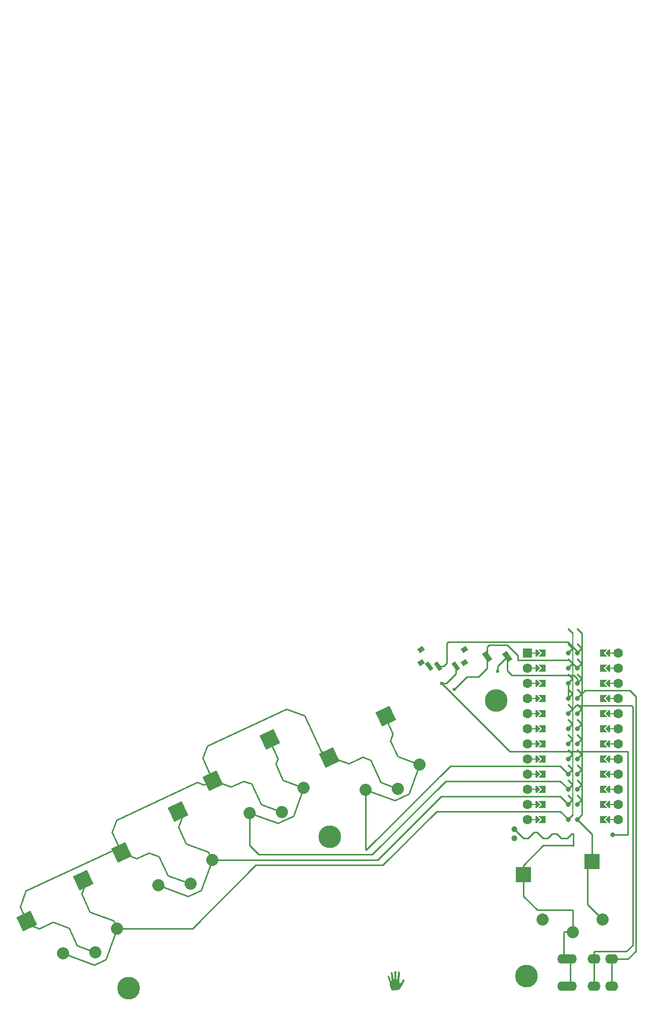
<source format=gbr>
%TF.GenerationSoftware,KiCad,Pcbnew,(6.0.7)*%
%TF.CreationDate,2022-08-09T03:43:16+01:00*%
%TF.ProjectId,digitsbest,64696769-7473-4626-9573-742e6b696361,v1.0.0*%
%TF.SameCoordinates,Original*%
%TF.FileFunction,Copper,L1,Top*%
%TF.FilePolarity,Positive*%
%FSLAX46Y46*%
G04 Gerber Fmt 4.6, Leading zero omitted, Abs format (unit mm)*
G04 Created by KiCad (PCBNEW (6.0.7)) date 2022-08-09 03:43:16*
%MOMM*%
%LPD*%
G01*
G04 APERTURE LIST*
G04 Aperture macros list*
%AMRotRect*
0 Rectangle, with rotation*
0 The origin of the aperture is its center*
0 $1 length*
0 $2 width*
0 $3 Rotation angle, in degrees counterclockwise*
0 Add horizontal line*
21,1,$1,$2,0,0,$3*%
%AMFreePoly0*
4,1,6,0.600000,0.200000,0.000000,-0.400000,-0.600000,0.200000,-0.600000,0.400000,0.600000,0.400000,0.600000,0.200000,0.600000,0.200000,$1*%
%AMFreePoly1*
4,1,5,0.125000,-0.500000,-0.125000,-0.500000,-0.125000,0.500000,0.125000,0.500000,0.125000,-0.500000,0.125000,-0.500000,$1*%
%AMFreePoly2*
4,1,6,0.600000,-0.250000,-0.600000,-0.250000,-0.600000,1.000000,0.000000,0.400000,0.600000,1.000000,0.600000,-0.250000,0.600000,-0.250000,$1*%
%AMFreePoly3*
4,1,49,0.088388,4.152388,0.854389,3.386388,0.867708,3.368551,0.871189,3.365530,0.871982,3.362827,0.875852,3.357644,0.882333,3.327543,0.891000,3.298000,0.891000,0.766000,0.887805,0.743969,0.888131,0.739371,0.886780,0.736898,0.885852,0.730498,0.869154,0.704638,0.854389,0.677612,0.088388,-0.088388,0.064607,-0.106146,0.062500,-0.108253,0.061385,-0.108552,0.059644,-0.109852,
0.043810,-0.113261,0.000000,-0.125000,-0.004774,-0.123721,-0.009154,-0.124664,-0.028953,-0.117242,-0.062500,-0.108253,-0.068237,-0.102516,-0.075052,-0.099961,-0.087614,-0.083139,-0.108253,-0.062500,-0.111178,-0.051584,-0.117161,-0.043572,-0.118539,-0.024114,-0.125000,0.000000,-0.121239,0.014035,-0.122131,0.026629,-0.113759,0.041953,-0.108253,0.062500,-0.095642,0.075111,-0.088388,0.088388,
0.641000,0.817777,0.641000,3.246223,-0.088388,3.975612,-0.109852,4.004356,-0.124664,4.073154,-0.099961,4.139052,-0.043572,4.181161,0.026629,4.186131,0.088388,4.152388,0.088388,4.152388,$1*%
%AMFreePoly4*
4,1,49,0.088388,4.152388,0.850389,3.390388,0.863708,3.372551,0.867189,3.369530,0.867982,3.366827,0.871852,3.361644,0.878333,3.331543,0.887000,3.302000,0.887000,0.762000,0.883805,0.739969,0.884131,0.735371,0.882780,0.732898,0.881852,0.726498,0.865154,0.700638,0.850389,0.673612,0.088388,-0.088388,0.064607,-0.106146,0.062500,-0.108253,0.061385,-0.108552,0.059644,-0.109852,
0.043810,-0.113261,0.000000,-0.125000,-0.004774,-0.123721,-0.009154,-0.124664,-0.028953,-0.117242,-0.062500,-0.108253,-0.068237,-0.102516,-0.075052,-0.099961,-0.087614,-0.083139,-0.108253,-0.062500,-0.111178,-0.051584,-0.117161,-0.043572,-0.118539,-0.024114,-0.125000,0.000000,-0.121239,0.014035,-0.122131,0.026629,-0.113759,0.041953,-0.108253,0.062500,-0.095642,0.075111,-0.088388,0.088388,
0.637000,0.813777,0.637000,3.250223,-0.088388,3.975612,-0.109852,4.004356,-0.124664,4.073154,-0.099961,4.139052,-0.043572,4.181161,0.026629,4.186131,0.088388,4.152388,0.088388,4.152388,$1*%
G04 Aperture macros list end*
%TA.AperFunction,ComponentPad*%
%ADD10C,3.800000*%
%TD*%
%TA.AperFunction,SMDPad,CuDef*%
%ADD11RotRect,0.900000X1.700000X35.000000*%
%TD*%
%TA.AperFunction,SMDPad,CuDef*%
%ADD12R,2.600000X2.600000*%
%TD*%
%TA.AperFunction,ComponentPad*%
%ADD13C,0.600000*%
%TD*%
%TA.AperFunction,ComponentPad*%
%ADD14O,2.200000X1.600000*%
%TD*%
%TA.AperFunction,SMDPad,CuDef*%
%ADD15RotRect,2.600000X2.600000X25.000000*%
%TD*%
%TA.AperFunction,ComponentPad*%
%ADD16C,1.000000*%
%TD*%
%TA.AperFunction,ComponentPad*%
%ADD17C,2.032000*%
%TD*%
%TA.AperFunction,SMDPad,CuDef*%
%ADD18FreePoly0,90.000000*%
%TD*%
%TA.AperFunction,SMDPad,CuDef*%
%ADD19FreePoly1,270.000000*%
%TD*%
%TA.AperFunction,ComponentPad*%
%ADD20C,1.600000*%
%TD*%
%TA.AperFunction,SMDPad,CuDef*%
%ADD21FreePoly1,90.000000*%
%TD*%
%TA.AperFunction,SMDPad,CuDef*%
%ADD22FreePoly0,270.000000*%
%TD*%
%TA.AperFunction,ComponentPad*%
%ADD23R,1.600000X1.600000*%
%TD*%
%TA.AperFunction,SMDPad,CuDef*%
%ADD24FreePoly2,270.000000*%
%TD*%
%TA.AperFunction,SMDPad,CuDef*%
%ADD25FreePoly3,270.000000*%
%TD*%
%TA.AperFunction,ComponentPad*%
%ADD26C,0.800000*%
%TD*%
%TA.AperFunction,SMDPad,CuDef*%
%ADD27FreePoly2,90.000000*%
%TD*%
%TA.AperFunction,SMDPad,CuDef*%
%ADD28FreePoly4,90.000000*%
%TD*%
%TA.AperFunction,SMDPad,CuDef*%
%ADD29RotRect,1.000000X0.800000X215.000000*%
%TD*%
%TA.AperFunction,SMDPad,CuDef*%
%ADD30RotRect,0.700000X1.500000X215.000000*%
%TD*%
%TA.AperFunction,ViaPad*%
%ADD31C,0.800000*%
%TD*%
%TA.AperFunction,Conductor*%
%ADD32C,0.250000*%
%TD*%
G04 APERTURE END LIST*
%TO.C,G\u002A\u002A\u002A*%
G36*
X145419900Y-142887342D02*
G01*
X145464017Y-142911069D01*
X145502410Y-142950975D01*
X145533390Y-143005495D01*
X145555269Y-143073068D01*
X145563934Y-143112971D01*
X145575227Y-143174997D01*
X145583137Y-143236412D01*
X145587925Y-143301316D01*
X145589853Y-143373814D01*
X145589181Y-143458006D01*
X145586172Y-143557996D01*
X145585484Y-143576797D01*
X145581584Y-143709117D01*
X145579555Y-143833500D01*
X145579343Y-143948445D01*
X145580899Y-144052448D01*
X145584170Y-144144008D01*
X145589106Y-144221622D01*
X145595656Y-144283788D01*
X145603767Y-144329004D01*
X145613390Y-144355768D01*
X145626383Y-144373804D01*
X145643910Y-144384113D01*
X145662241Y-144375739D01*
X145683808Y-144348430D01*
X145703200Y-144314120D01*
X145730476Y-144239708D01*
X145746718Y-144150335D01*
X145752153Y-144044991D01*
X145753670Y-144007807D01*
X145758068Y-143955893D01*
X145764649Y-143897874D01*
X145772710Y-143840730D01*
X145780795Y-143780386D01*
X145789507Y-143687809D01*
X145796592Y-143576389D01*
X145802093Y-143445574D01*
X145804621Y-143374632D01*
X145807650Y-143303997D01*
X145810821Y-143248622D01*
X145814358Y-143205896D01*
X145818485Y-143173209D01*
X145823427Y-143147949D01*
X145829407Y-143127507D01*
X145845134Y-143089059D01*
X145877455Y-143038008D01*
X145916387Y-143005065D01*
X145961326Y-142990668D01*
X146011665Y-142995257D01*
X146033626Y-143003158D01*
X146074507Y-143027368D01*
X146108932Y-143059098D01*
X146130270Y-143092889D01*
X146133387Y-143106039D01*
X146138028Y-143137744D01*
X146142995Y-143182492D01*
X146147864Y-143236382D01*
X146152213Y-143295515D01*
X146154046Y-143324218D01*
X146157351Y-143384743D01*
X146158781Y-143435176D01*
X146158174Y-143481499D01*
X146155370Y-143529698D01*
X146150206Y-143585756D01*
X146142523Y-143655657D01*
X146136504Y-143707754D01*
X146129062Y-143770597D01*
X146122115Y-143827685D01*
X146116237Y-143874307D01*
X146112003Y-143905755D01*
X146111987Y-143905867D01*
X146108805Y-143936659D01*
X146105606Y-143982994D01*
X146102623Y-144040432D01*
X146100087Y-144104534D01*
X146098227Y-144170860D01*
X146096288Y-144241187D01*
X146093234Y-144307966D01*
X146089129Y-144359971D01*
X146083740Y-144400027D01*
X146076835Y-144430962D01*
X146072690Y-144449723D01*
X146067256Y-144495372D01*
X146064352Y-144552309D01*
X146063830Y-144616073D01*
X146065543Y-144682201D01*
X146069343Y-144746229D01*
X146075080Y-144803694D01*
X146082607Y-144850133D01*
X146091777Y-144881083D01*
X146109047Y-144912485D01*
X146133863Y-144944966D01*
X146159271Y-144967648D01*
X146181177Y-144976177D01*
X146205300Y-144970033D01*
X146239469Y-144947474D01*
X146276869Y-144910353D01*
X146315037Y-144860798D01*
X146315764Y-144859738D01*
X146346499Y-144817108D01*
X146381126Y-144772206D01*
X146412285Y-144734581D01*
X146416712Y-144729427D01*
X146456820Y-144672964D01*
X146485944Y-144613865D01*
X146509111Y-144556975D01*
X146546730Y-144483798D01*
X146588151Y-144426574D01*
X146635274Y-144382847D01*
X146690000Y-144350158D01*
X146721262Y-144336693D01*
X146749263Y-144329134D01*
X146781167Y-144326532D01*
X146824962Y-144327548D01*
X146871849Y-144331627D01*
X146907369Y-144341441D01*
X146928954Y-144359437D01*
X146939662Y-144388297D01*
X146942551Y-144430705D01*
X146939607Y-144488463D01*
X146928368Y-144546448D01*
X146906857Y-144605063D01*
X146873124Y-144671057D01*
X146867700Y-144680876D01*
X146843412Y-144727780D01*
X146815518Y-144785206D01*
X146787052Y-144846785D01*
X146761052Y-144906149D01*
X146751198Y-144929334D01*
X146727891Y-144983462D01*
X146706043Y-145033304D01*
X146687737Y-145074134D01*
X146675056Y-145101226D01*
X146672696Y-145105933D01*
X146652008Y-145143673D01*
X146622213Y-145194130D01*
X146585334Y-145254135D01*
X146543395Y-145320518D01*
X146498418Y-145390108D01*
X146452425Y-145459734D01*
X146407440Y-145526228D01*
X146365485Y-145586417D01*
X146351005Y-145606919D01*
X146312549Y-145662316D01*
X146274716Y-145718001D01*
X146241215Y-145768480D01*
X146215754Y-145808258D01*
X146207184Y-145821730D01*
X146143267Y-145903731D01*
X146067547Y-145971108D01*
X145978349Y-146025131D01*
X145873994Y-146067070D01*
X145859849Y-146071667D01*
X145815291Y-146086483D01*
X145775280Y-146100235D01*
X145747080Y-146110440D01*
X145713542Y-146120201D01*
X145658703Y-146125436D01*
X145593124Y-146120268D01*
X145513679Y-146104619D01*
X145420332Y-146082285D01*
X145343612Y-146103444D01*
X145335226Y-146105762D01*
X145285275Y-146119716D01*
X145228931Y-146135632D01*
X145176856Y-146150502D01*
X145167698Y-146153091D01*
X145103307Y-146167575D01*
X145048473Y-146171361D01*
X144996600Y-146164332D01*
X144941090Y-146146372D01*
X144933723Y-146143412D01*
X144843138Y-146096119D01*
X144765842Y-146033887D01*
X144701695Y-145956601D01*
X144685128Y-145929607D01*
X144655827Y-145871586D01*
X144625106Y-145799616D01*
X144594345Y-145717252D01*
X144564926Y-145628051D01*
X144538230Y-145535571D01*
X144535141Y-145523969D01*
X144522335Y-145473452D01*
X144512756Y-145429261D01*
X144505647Y-145386129D01*
X144500255Y-145338792D01*
X144495824Y-145281985D01*
X144491598Y-145210443D01*
X144491518Y-145208960D01*
X144484100Y-145079410D01*
X144476889Y-144967657D01*
X144469918Y-144874144D01*
X144463225Y-144799311D01*
X144456845Y-144743600D01*
X144450814Y-144707452D01*
X144449904Y-144703677D01*
X144438744Y-144670224D01*
X144421277Y-144628808D01*
X144400868Y-144587505D01*
X144385462Y-144557067D01*
X144361325Y-144505108D01*
X144333770Y-144442363D01*
X144304482Y-144372970D01*
X144275142Y-144301066D01*
X144247431Y-144230789D01*
X144223034Y-144166276D01*
X144203632Y-144111666D01*
X144190906Y-144071097D01*
X144187625Y-144058862D01*
X144173684Y-144000905D01*
X144161096Y-143939688D01*
X144150863Y-143880846D01*
X144143984Y-143830014D01*
X144141462Y-143792824D01*
X144144339Y-143767242D01*
X144156070Y-143742513D01*
X144180280Y-143713292D01*
X144183208Y-143710174D01*
X144208727Y-143686246D01*
X144230487Y-143674675D01*
X144255339Y-143671663D01*
X144261784Y-143671905D01*
X144301655Y-143684671D01*
X144338301Y-143716036D01*
X144370709Y-143764870D01*
X144397862Y-143830045D01*
X144397905Y-143830174D01*
X144416109Y-143881089D01*
X144438102Y-143936986D01*
X144459133Y-143985787D01*
X144464614Y-143997954D01*
X144482809Y-144040331D01*
X144504837Y-144093685D01*
X144528403Y-144152403D01*
X144551213Y-144210876D01*
X144556248Y-144223947D01*
X144592650Y-144314829D01*
X144625727Y-144390909D01*
X144654943Y-144451076D01*
X144679764Y-144494218D01*
X144699656Y-144519224D01*
X144714027Y-144530230D01*
X144728243Y-144531462D01*
X144750070Y-144521835D01*
X144751045Y-144521322D01*
X144773698Y-144504423D01*
X144786759Y-144485806D01*
X144787177Y-144484388D01*
X144789977Y-144455675D01*
X144787745Y-144412528D01*
X144781035Y-144359387D01*
X144770396Y-144300693D01*
X144756379Y-144240887D01*
X144751214Y-144220652D01*
X144740681Y-144174377D01*
X144731183Y-144124340D01*
X144722543Y-144068736D01*
X144714584Y-144005762D01*
X144707130Y-143933614D01*
X144700002Y-143850487D01*
X144693025Y-143754576D01*
X144686021Y-143644078D01*
X144678814Y-143517189D01*
X144671228Y-143372103D01*
X144668639Y-143319195D01*
X144666158Y-143259442D01*
X144665103Y-143214260D01*
X144665539Y-143180492D01*
X144667530Y-143154984D01*
X144671141Y-143134577D01*
X144676435Y-143116117D01*
X144680502Y-143104787D01*
X144706539Y-143057209D01*
X144740278Y-143025846D01*
X144779447Y-143011633D01*
X144821775Y-143015508D01*
X144864990Y-143038406D01*
X144871848Y-143044067D01*
X144893316Y-143069173D01*
X144911597Y-143104458D01*
X144927558Y-143152379D01*
X144942067Y-143215391D01*
X144955993Y-143295953D01*
X144963174Y-143342330D01*
X144973639Y-143408948D01*
X144982265Y-143461797D01*
X144989764Y-143504686D01*
X144996851Y-143541424D01*
X145004236Y-143575823D01*
X145012634Y-143611693D01*
X145022756Y-143652843D01*
X145032449Y-143695157D01*
X145042467Y-143747742D01*
X145049288Y-143794409D01*
X145051807Y-143828485D01*
X145053258Y-143870251D01*
X145057532Y-143925515D01*
X145063966Y-143987026D01*
X145071891Y-144049541D01*
X145080640Y-144107815D01*
X145089545Y-144156604D01*
X145097937Y-144190664D01*
X145111039Y-144226183D01*
X145131942Y-144265051D01*
X145153718Y-144288188D01*
X145174818Y-144294703D01*
X145193695Y-144283709D01*
X145208800Y-144254317D01*
X145210053Y-144250477D01*
X145213225Y-144240193D01*
X145215793Y-144229479D01*
X145217795Y-144216378D01*
X145219272Y-144198932D01*
X145220264Y-144175184D01*
X145220810Y-144143176D01*
X145220952Y-144100950D01*
X145220728Y-144046548D01*
X145220178Y-143978013D01*
X145219344Y-143893386D01*
X145218264Y-143790710D01*
X145217927Y-143752864D01*
X145217604Y-143668376D01*
X145217847Y-143587032D01*
X145218614Y-143512204D01*
X145219861Y-143447265D01*
X145221548Y-143395587D01*
X145223632Y-143360541D01*
X145224735Y-143348058D01*
X145229297Y-143296180D01*
X145234801Y-143233260D01*
X145240651Y-143166126D01*
X145246251Y-143101607D01*
X145252691Y-143034333D01*
X145259760Y-142983078D01*
X145268745Y-142946138D01*
X145281031Y-142920651D01*
X145298003Y-142903760D01*
X145321048Y-142892604D01*
X145351552Y-142884324D01*
X145371746Y-142881358D01*
X145419900Y-142887342D01*
G37*
%TD*%
D10*
%TO.P,,1*%
%TO.N,N/C*%
X100584000Y-145796000D03*
%TD*%
%TO.P,,1*%
%TO.N,N/C*%
X134366000Y-120396000D03*
%TD*%
%TO.P,,1*%
%TO.N,N/C*%
X162306000Y-97536000D03*
%TD*%
%TO.P,REF\u002A\u002A,1*%
%TO.N,N/C*%
X167386000Y-143764000D03*
%TD*%
D11*
%TO.P,,1*%
%TO.N,RST*%
X164197804Y-90148758D03*
%TO.P,,2*%
%TO.N,GND*%
X160797804Y-90148758D03*
%TD*%
D12*
%TO.P,S9,1*%
%TO.N,P10*%
X178434717Y-124539275D03*
%TO.P,S9,2*%
%TO.N,GND*%
X166884717Y-126739275D03*
%TD*%
D13*
%TO.P,REF\u002A\u002A,1*%
%TO.N,GND*%
X155300735Y-95628395D03*
%TD*%
D14*
%TO.P,REF\u002A\u002A,1*%
%TO.N,GND*%
X173660756Y-140853232D03*
X173660756Y-145453232D03*
%TO.P,REF\u002A\u002A,2*%
X174760756Y-145453232D03*
X174760756Y-140853232D03*
%TO.P,REF\u002A\u002A,3*%
%TO.N,P2*%
X178760756Y-145453232D03*
X178760756Y-140853232D03*
%TO.P,REF\u002A\u002A,4*%
%TO.N,VCC*%
X181760756Y-145453232D03*
X181760756Y-140853232D03*
%TD*%
D15*
%TO.P,S5,1*%
%TO.N,P8*%
X108943478Y-116150592D03*
%TO.P,S5,2*%
%TO.N,GND*%
X99405384Y-123025710D03*
%TD*%
%TO.P,S1,1*%
%TO.N,P6*%
X143811350Y-100171698D03*
%TO.P,S1,2*%
%TO.N,GND*%
X134273256Y-107046816D03*
%TD*%
D16*
%TO.P,,1*%
%TO.N,pos*%
X165354000Y-120638000D03*
%TO.P,,2*%
%TO.N,GND*%
X165354000Y-119138000D03*
%TD*%
D17*
%TO.P,S2,1*%
%TO.N,P6*%
X149495259Y-108279182D03*
X140432181Y-112505365D03*
%TO.P,S2,2*%
%TO.N,GND*%
X145851219Y-112295520D03*
X145851219Y-112295520D03*
%TD*%
%TO.P,S6,1*%
%TO.N,P8*%
X105564309Y-128484259D03*
X114627387Y-124258076D03*
%TO.P,S6,2*%
%TO.N,GND*%
X110983347Y-128274414D03*
X110983347Y-128274414D03*
%TD*%
D18*
%TO.P,MCU1,*%
%TO.N,*%
X169317718Y-117459276D03*
X169317718Y-107299276D03*
D19*
X181509718Y-117459276D03*
D20*
X182779718Y-89519276D03*
D18*
X169317718Y-99679276D03*
X169317718Y-114919276D03*
D21*
X168809718Y-104759276D03*
D20*
X182779718Y-114919276D03*
D22*
X181001718Y-114919276D03*
X181001718Y-99679276D03*
X181001718Y-97139276D03*
D18*
X169317718Y-89519276D03*
D22*
X181001718Y-89519276D03*
D19*
X181509718Y-112379276D03*
D20*
X167539718Y-104759276D03*
D19*
X181509718Y-89519276D03*
D22*
X181001718Y-92059276D03*
D19*
X181509718Y-107299276D03*
D21*
X168809718Y-117459276D03*
D20*
X182779718Y-94599276D03*
D21*
X168809718Y-107299276D03*
X168809718Y-99679276D03*
D18*
X169317718Y-97139276D03*
D20*
X182779718Y-112379276D03*
D18*
X169317718Y-104759276D03*
D19*
X181509718Y-102219276D03*
D20*
X167539718Y-114919276D03*
D21*
X168809718Y-89519276D03*
D22*
X181001718Y-94599276D03*
X181001718Y-117459276D03*
D18*
X169317718Y-92059276D03*
X169317718Y-102219276D03*
X169317718Y-112379276D03*
D19*
X181509718Y-94599276D03*
D20*
X182779718Y-92059276D03*
D22*
X181001718Y-112379276D03*
D18*
X169317718Y-109839276D03*
D23*
X167539718Y-89519276D03*
D20*
X182779718Y-104759276D03*
X167539718Y-94599276D03*
X167539718Y-92059276D03*
D19*
X181509718Y-92059276D03*
D22*
X181001718Y-109839276D03*
D20*
X182779718Y-109839276D03*
X167539718Y-107299276D03*
D21*
X168809718Y-92059276D03*
D20*
X167539718Y-99679276D03*
D22*
X181001718Y-104759276D03*
D20*
X182779718Y-107299276D03*
D22*
X181001718Y-102219276D03*
D21*
X168809718Y-112379276D03*
D20*
X167539718Y-89519276D03*
D18*
X169317718Y-94599276D03*
D20*
X167539718Y-102219276D03*
X182779718Y-102219276D03*
D19*
X181509718Y-114919276D03*
D21*
X168809718Y-97139276D03*
X168809718Y-94599276D03*
D20*
X167539718Y-117459276D03*
X182779718Y-97139276D03*
D19*
X181509718Y-104759276D03*
D20*
X167539718Y-112379276D03*
X182779718Y-117459276D03*
D19*
X181509718Y-109839276D03*
D20*
X167539718Y-97139276D03*
D21*
X168809718Y-109839276D03*
D22*
X181001718Y-107299276D03*
D19*
X181509718Y-99679276D03*
D20*
X167539718Y-109839276D03*
D21*
X168809718Y-102219276D03*
D20*
X182779718Y-99679276D03*
D19*
X181509718Y-97139276D03*
D21*
X168809718Y-114919276D03*
D24*
%TO.P,MCU1,1*%
%TO.N,RAW*%
X179985718Y-89519276D03*
D25*
X175921718Y-89519276D03*
D26*
X175921718Y-89519276D03*
D25*
%TO.P,MCU1,2*%
%TO.N,GND*%
X175921718Y-92059276D03*
D26*
X175921718Y-92059276D03*
D24*
X179985718Y-92059276D03*
D25*
%TO.P,MCU1,3*%
%TO.N,RST*%
X175921718Y-94599276D03*
D24*
X179985718Y-94599276D03*
D26*
X175921718Y-94599276D03*
%TO.P,MCU1,4*%
%TO.N,VCC*%
X175921718Y-97139276D03*
D25*
X175921718Y-97139276D03*
D24*
X179985718Y-97139276D03*
D25*
%TO.P,MCU1,5*%
%TO.N,P21*%
X175921718Y-99679276D03*
D24*
X179985718Y-99679276D03*
D26*
X175921718Y-99679276D03*
%TO.P,MCU1,6*%
%TO.N,P20*%
X175921718Y-102219276D03*
D25*
X175921718Y-102219276D03*
D24*
X179985718Y-102219276D03*
D26*
%TO.P,MCU1,7*%
%TO.N,P19*%
X175921718Y-104759276D03*
D24*
X179985718Y-104759276D03*
D25*
X175921718Y-104759276D03*
%TO.P,MCU1,8*%
%TO.N,P18*%
X175921718Y-107299276D03*
D24*
X179985718Y-107299276D03*
D26*
X175921718Y-107299276D03*
%TO.P,MCU1,9*%
%TO.N,P15*%
X175921718Y-109839276D03*
D25*
X175921718Y-109839276D03*
D24*
X179985718Y-109839276D03*
%TO.P,MCU1,10*%
%TO.N,P14*%
X179985718Y-112379276D03*
D25*
X175921718Y-112379276D03*
D26*
X175921718Y-112379276D03*
D25*
%TO.P,MCU1,11*%
%TO.N,P16*%
X175921718Y-114919276D03*
D24*
X179985718Y-114919276D03*
D26*
X175921718Y-114919276D03*
D24*
%TO.P,MCU1,12*%
%TO.N,P10*%
X179985718Y-117459276D03*
D25*
X175921718Y-117459276D03*
D26*
X175921718Y-117459276D03*
D27*
%TO.P,MCU1,13*%
%TO.N,P9*%
X170333718Y-117459276D03*
D26*
X174397718Y-117459276D03*
D28*
X174397718Y-117459276D03*
D27*
%TO.P,MCU1,14*%
%TO.N,P8*%
X170333718Y-114919276D03*
D28*
X174397718Y-114919276D03*
D26*
X174397718Y-114919276D03*
D28*
%TO.P,MCU1,15*%
%TO.N,P7*%
X174397718Y-112379276D03*
D26*
X174397718Y-112379276D03*
D27*
X170333718Y-112379276D03*
%TO.P,MCU1,16*%
%TO.N,P6*%
X170333718Y-109839276D03*
D26*
X174397718Y-109839276D03*
D28*
X174397718Y-109839276D03*
%TO.P,MCU1,17*%
%TO.N,P5*%
X174397718Y-107299276D03*
D26*
X174397718Y-107299276D03*
D27*
X170333718Y-107299276D03*
D28*
%TO.P,MCU1,18*%
%TO.N,P4*%
X174397718Y-104759276D03*
D27*
X170333718Y-104759276D03*
D26*
X174397718Y-104759276D03*
D28*
%TO.P,MCU1,19*%
%TO.N,P3*%
X174397718Y-102219276D03*
D26*
X174397718Y-102219276D03*
D27*
X170333718Y-102219276D03*
%TO.P,MCU1,20*%
%TO.N,P2*%
X170333718Y-99679276D03*
D26*
X174397718Y-99679276D03*
D28*
X174397718Y-99679276D03*
%TO.P,MCU1,21*%
%TO.N,GND*%
X174397718Y-97139276D03*
D26*
X174397718Y-97139276D03*
D27*
X170333718Y-97139276D03*
D28*
%TO.P,MCU1,22*%
X174397718Y-94599276D03*
D26*
X174397718Y-94599276D03*
D27*
X170333718Y-94599276D03*
D28*
%TO.P,MCU1,23*%
%TO.N,P0*%
X174397718Y-92059276D03*
D27*
X170333718Y-92059276D03*
D26*
X174397718Y-92059276D03*
%TO.P,MCU1,24*%
%TO.N,P1*%
X174397718Y-89519276D03*
D27*
X170333718Y-89519276D03*
D28*
X174397718Y-89519276D03*
%TD*%
D17*
%TO.P,S8,1*%
%TO.N,P9*%
X98686407Y-135749698D03*
X89623329Y-139975881D03*
%TO.P,S8,2*%
%TO.N,GND*%
X95042367Y-139766036D03*
X95042367Y-139766036D03*
%TD*%
%TO.P,S10,1*%
%TO.N,P10*%
X170159717Y-134289275D03*
X180159717Y-134289275D03*
%TO.P,S10,2*%
%TO.N,GND*%
X175159717Y-136389275D03*
X175159717Y-136389275D03*
%TD*%
D29*
%TO.P,,*%
%TO.N,*%
X156992105Y-91138121D03*
X156992105Y-88928121D03*
X149692105Y-88928121D03*
X149692105Y-91138121D03*
D30*
%TO.P,,1*%
%TO.N,pos*%
X155592105Y-91788121D03*
%TO.P,,2*%
%TO.N,RAW*%
X152592105Y-91788121D03*
%TO.P,,3*%
%TO.N,N/C*%
X151092105Y-91788121D03*
%TD*%
D13*
%TO.P,REF\u002A\u002A,1*%
%TO.N,RST*%
X162608754Y-92621231D03*
%TD*%
D15*
%TO.P,S3,1*%
%TO.N,P7*%
X124327984Y-104066641D03*
%TO.P,S3,2*%
%TO.N,GND*%
X114789890Y-110941759D03*
%TD*%
%TO.P,S7,1*%
%TO.N,P9*%
X93002498Y-127642214D03*
%TO.P,S7,2*%
%TO.N,GND*%
X83464404Y-134517332D03*
%TD*%
D13*
%TO.P,REF\u002A\u002A,1*%
%TO.N,pos*%
X153210756Y-94653230D03*
%TD*%
D17*
%TO.P,S4,1*%
%TO.N,P7*%
X120948815Y-116400308D03*
X130011893Y-112174125D03*
%TO.P,S4,2*%
%TO.N,GND*%
X126367853Y-116190463D03*
X126367853Y-116190463D03*
%TD*%
D31*
%TO.N,pos*%
X181912757Y-120053231D03*
%TD*%
D32*
%TO.N,GND*%
X166866000Y-120650000D02*
X165354000Y-119138000D01*
X167640000Y-120650000D02*
X166866000Y-120650000D01*
X168656000Y-119634000D02*
X167640000Y-120650000D01*
X169164000Y-119634000D02*
X168656000Y-119634000D01*
X170180000Y-120650000D02*
X169164000Y-119634000D01*
X170942000Y-120650000D02*
X170180000Y-120650000D01*
X171704000Y-119888000D02*
X170942000Y-120650000D01*
X172466000Y-119888000D02*
X171704000Y-119888000D01*
X174244000Y-120650000D02*
X173228000Y-120650000D01*
X175006000Y-119888000D02*
X174244000Y-120650000D01*
X175260000Y-119888000D02*
X175006000Y-119888000D01*
X175260000Y-121920000D02*
X175260000Y-119888000D01*
X173228000Y-120650000D02*
X172466000Y-119888000D01*
X175171231Y-121831231D02*
X175260000Y-121920000D01*
X170242759Y-121831231D02*
X175171231Y-121831231D01*
X166884715Y-125189274D02*
X170242759Y-121831231D01*
X166884716Y-126739274D02*
X166884715Y-125189274D01*
X134453617Y-106962711D02*
X137573926Y-108098410D01*
X175090317Y-132695404D02*
X175159720Y-132764798D01*
X119880624Y-111024034D02*
X121230810Y-111515461D01*
X139875949Y-107024961D02*
X141226137Y-107516388D01*
X87910938Y-134721849D02*
X85608916Y-135795300D01*
X127142229Y-98949894D02*
X130180150Y-100055606D01*
X174142966Y-140628374D02*
X174760756Y-140853232D01*
X174647847Y-90785403D02*
X175921721Y-92059276D01*
X95042369Y-139766035D02*
X92050351Y-138677030D01*
X166884721Y-130331806D02*
X169248319Y-132695401D01*
X160797806Y-92123891D02*
X160797804Y-90148760D01*
X114789892Y-110941758D02*
X114850616Y-110913447D01*
X83464406Y-134517329D02*
X82368554Y-132167273D01*
X112146821Y-111267265D02*
X113239198Y-111664861D01*
X173660757Y-136433232D02*
X173784756Y-136309231D01*
X121230810Y-111515461D02*
X122840989Y-114968492D01*
X105683969Y-123671295D02*
X107185934Y-126892270D01*
X98564893Y-117600625D02*
X112146821Y-111267265D01*
X175159720Y-132764798D02*
X175159714Y-136389273D01*
X164168314Y-88245402D02*
X165946316Y-90023405D01*
X132971120Y-106040863D02*
X133078468Y-106271068D01*
X165946320Y-90785401D02*
X174647847Y-90785403D01*
X137573926Y-108098410D02*
X139875949Y-107024961D01*
X159392512Y-93529188D02*
X160797806Y-92123891D01*
X174760757Y-145453233D02*
X174760755Y-140853230D01*
X174397718Y-97139276D02*
X174397718Y-94599276D01*
X173660755Y-140853232D02*
X174142966Y-140628374D01*
X122915305Y-114933839D02*
X126367856Y-116190463D01*
X114789892Y-110941758D02*
X113049972Y-107210493D01*
X134273258Y-107046817D02*
X133974459Y-106406049D01*
X90611316Y-135704707D02*
X87910938Y-134721849D01*
X101924413Y-124023116D02*
X103996232Y-123057012D01*
X92050351Y-138677030D02*
X92006801Y-138697335D01*
X173660755Y-140853230D02*
X173660757Y-136433232D01*
X160797806Y-88567908D02*
X161120322Y-88245401D01*
X98137582Y-122564270D02*
X99405384Y-123025712D01*
X173660756Y-145453233D02*
X174142966Y-145228374D01*
X173784756Y-136309231D02*
X175079674Y-136309231D01*
X155300735Y-95628395D02*
X157399943Y-93529186D01*
X113790499Y-105175906D02*
X127142229Y-98949894D01*
X165946316Y-90023405D02*
X165946320Y-90785401D01*
X99405384Y-123025712D02*
X99450622Y-123122731D01*
X117808805Y-111990138D02*
X119880624Y-111024034D01*
X157399943Y-93529186D02*
X159392512Y-93529188D01*
X175079674Y-136309231D02*
X175159716Y-136389274D01*
X134273258Y-107046817D02*
X134453617Y-106962711D01*
X169248319Y-132695401D02*
X175090317Y-132695404D01*
X133974459Y-106406049D02*
X132971120Y-106040863D01*
X141226137Y-107516388D02*
X142964792Y-111244945D01*
X83354797Y-129457595D02*
X98137582Y-122564270D01*
X103996232Y-123057012D02*
X105683969Y-123671295D01*
X142964792Y-111244945D02*
X145851221Y-112295521D01*
X99450622Y-123122731D02*
X101924413Y-124023116D01*
X166884719Y-126739279D02*
X166884721Y-130331806D01*
X160797807Y-90148764D02*
X160797806Y-88567908D01*
X113049972Y-107210493D02*
X113790499Y-105175906D01*
X122840989Y-114968492D02*
X122915305Y-114933839D01*
X161120322Y-88245401D02*
X164168314Y-88245402D01*
X113239198Y-111664861D02*
X114789892Y-110941758D01*
X92006801Y-138697335D02*
X90611316Y-135704707D01*
X82368554Y-132167273D02*
X83354797Y-129457595D01*
X107185934Y-126892270D02*
X110983347Y-128274416D01*
X174142966Y-145228374D02*
X174760757Y-145453231D01*
X99405384Y-123025712D02*
X97824364Y-119635208D01*
X173660755Y-140853229D02*
X174760755Y-140853230D01*
X85608916Y-135795300D02*
X83743775Y-135116446D01*
X130180150Y-100055606D02*
X132971120Y-106040863D01*
X114850616Y-110913447D02*
X117808805Y-111990138D01*
X97824364Y-119635208D02*
X98564893Y-117600625D01*
%TO.N,P9*%
X98057575Y-134401159D02*
X98686412Y-135749698D01*
X94822812Y-141868339D02*
X96793952Y-140949178D01*
X96793952Y-140949178D02*
X98686412Y-135749698D01*
X94095371Y-132959031D02*
X98057575Y-134401159D01*
X92699886Y-129966405D02*
X94095371Y-132959031D01*
X111352290Y-135749695D02*
X98686410Y-135749699D01*
X174397719Y-117459276D02*
X174397718Y-117424393D01*
X93307646Y-128296598D02*
X92699886Y-129966405D01*
X93002502Y-127642212D02*
X93307646Y-128296598D01*
X89623333Y-139975881D02*
X94822812Y-141868339D01*
X143304754Y-125133231D02*
X121968754Y-125133231D01*
X173108512Y-116135186D02*
X152302799Y-116135186D01*
X152302799Y-116135186D02*
X143304754Y-125133231D01*
X121968754Y-125133231D02*
X111352290Y-135749695D01*
X174397718Y-117424393D02*
X173108512Y-116135186D01*
%TO.N,RAW*%
X175921718Y-89330803D02*
X175921717Y-89519274D01*
X152592102Y-91788112D02*
X153513602Y-91788121D01*
X154262315Y-87737402D02*
X174328315Y-87737401D01*
X153513602Y-91788121D02*
X154008320Y-91293403D01*
X154008319Y-87991402D02*
X154262315Y-87737402D01*
X174328315Y-87737401D02*
X175921718Y-89330803D01*
X154008320Y-91293403D02*
X154008319Y-87991402D01*
%TO.N,RST*%
X175344318Y-93325402D02*
X175921716Y-93902808D01*
X164197808Y-90148756D02*
X164168320Y-90178250D01*
X164168320Y-92563398D02*
X164930315Y-93325398D01*
X164197805Y-90148760D02*
X162608755Y-91737808D01*
X164930315Y-93325398D02*
X175344318Y-93325402D01*
X162608755Y-91737808D02*
X162608754Y-92621231D01*
X175921716Y-93902808D02*
X175921721Y-94599279D01*
X164168320Y-90178250D02*
X164168320Y-92563398D01*
%TO.N,VCC*%
X184424755Y-140853233D02*
X181760756Y-140853232D01*
X185758314Y-139575672D02*
X184452756Y-140881233D01*
X175921716Y-97139278D02*
X177195592Y-95865402D01*
X181760757Y-145453230D02*
X181760756Y-140853235D01*
X185758321Y-96881404D02*
X185758314Y-139575672D01*
X177195592Y-95865402D02*
X184742312Y-95865399D01*
X184452756Y-140881233D02*
X184424755Y-140853233D01*
X184742312Y-95865399D02*
X185758321Y-96881404D01*
%TO.N,P10*%
X177630319Y-131759874D02*
X180159720Y-134289268D01*
X178434716Y-119972274D02*
X175921717Y-117459273D01*
X178434718Y-124539278D02*
X178434716Y-119972274D01*
X178434718Y-124539278D02*
X178420448Y-124539273D01*
X178420448Y-124539273D02*
X177630319Y-125329403D01*
X177630319Y-125329403D02*
X177630319Y-131759874D01*
%TO.N,P2*%
X178760753Y-145453234D02*
X178760753Y-140853238D01*
X184198754Y-139611230D02*
X178864756Y-139611231D01*
X178864756Y-139611231D02*
X178760755Y-139715232D01*
X184996317Y-98405402D02*
X185250320Y-98659404D01*
X175671592Y-98405400D02*
X184996317Y-98405402D01*
X185250322Y-138559668D02*
X184198754Y-139611230D01*
X185250320Y-98659404D02*
X185250322Y-138559668D01*
X178760755Y-139715232D02*
X178760757Y-140853231D01*
X174397716Y-99679275D02*
X175671592Y-98405400D01*
%TO.N,P6*%
X140432180Y-112505365D02*
X140432182Y-122514659D01*
X145823534Y-106942785D02*
X149495260Y-108279183D01*
X140432180Y-112505364D02*
X145333254Y-114289211D01*
X145333254Y-114289211D02*
X147711415Y-113180253D01*
X172854511Y-108515185D02*
X161230711Y-108515188D01*
X140432182Y-122514659D02*
X140510756Y-122593232D01*
X161230711Y-108515188D02*
X161170512Y-108515188D01*
X143811350Y-100171699D02*
X143612011Y-100099145D01*
X154588799Y-108515191D02*
X160722713Y-108515189D01*
X143612011Y-100099145D02*
X145008795Y-103094556D01*
X144579314Y-104274543D02*
X145823534Y-106942785D01*
X160722713Y-108515189D02*
X161170512Y-108515188D01*
X173073629Y-108515186D02*
X172854511Y-108515185D01*
X161170512Y-108515188D02*
X160916509Y-108515186D01*
X145008795Y-103094556D02*
X144579314Y-104274543D01*
X140510756Y-122593232D02*
X154588799Y-108515191D01*
X147711415Y-113180253D02*
X149495259Y-108279181D01*
X174397716Y-109839276D02*
X173073629Y-108515186D01*
X161230711Y-108515188D02*
X160722713Y-108515189D01*
%TO.N,P7*%
X125687768Y-118125148D02*
X128287057Y-116913076D01*
X128287057Y-116913076D02*
X130011894Y-112174129D01*
X126556687Y-110916537D02*
X130011894Y-112174129D01*
X141526755Y-123355231D02*
X153826800Y-111055187D01*
X153826800Y-111055187D02*
X173108512Y-111055185D01*
X124128646Y-103994088D02*
X125648808Y-107254081D01*
X174397718Y-112344392D02*
X174397719Y-112379276D01*
X120948817Y-121827291D02*
X122476756Y-123355231D01*
X122476756Y-123355231D02*
X141526755Y-123355231D01*
X173108512Y-111055185D02*
X174397718Y-112344392D01*
X124327987Y-104066639D02*
X124128646Y-103994088D01*
X120948814Y-116400308D02*
X125687768Y-118125148D01*
X120948815Y-116400309D02*
X120948817Y-121827291D01*
X125298130Y-108217548D02*
X126556687Y-110916537D01*
X125648808Y-107254081D02*
X125298130Y-108217548D01*
%TO.N,P8*%
X108943479Y-116150591D02*
X109508956Y-117363267D01*
X153064800Y-113595185D02*
X142401908Y-124258079D01*
X173108511Y-113595188D02*
X153064800Y-113595185D01*
X112781366Y-129329982D02*
X114627388Y-124258079D01*
X109508956Y-117363267D02*
X108999871Y-118761969D01*
X174397717Y-114919274D02*
X173108511Y-113630070D01*
X110636217Y-130330283D02*
X112781366Y-129329982D01*
X173108511Y-113630070D02*
X173108511Y-113595188D01*
X105564309Y-128484261D02*
X110636217Y-130330283D01*
X113993053Y-122897745D02*
X114627388Y-124258079D01*
X108999871Y-118761969D02*
X110288008Y-121524396D01*
X110288008Y-121524396D02*
X114001034Y-122875824D01*
X114001034Y-122875824D02*
X113993053Y-122897745D01*
X142401908Y-124258079D02*
X114627387Y-124258078D01*
%TO.N,pos*%
X153972754Y-94653231D02*
X153210756Y-94653230D01*
X184452756Y-106083232D02*
X184452757Y-120053233D01*
X164640754Y-106083232D02*
X184452756Y-106083232D01*
X153210756Y-94653230D02*
X164640754Y-106083232D01*
X155592106Y-93033882D02*
X153972754Y-94653231D01*
X184452757Y-120053233D02*
X181912757Y-120053231D01*
X155592106Y-91788122D02*
X155592106Y-93033882D01*
%TD*%
M02*

</source>
